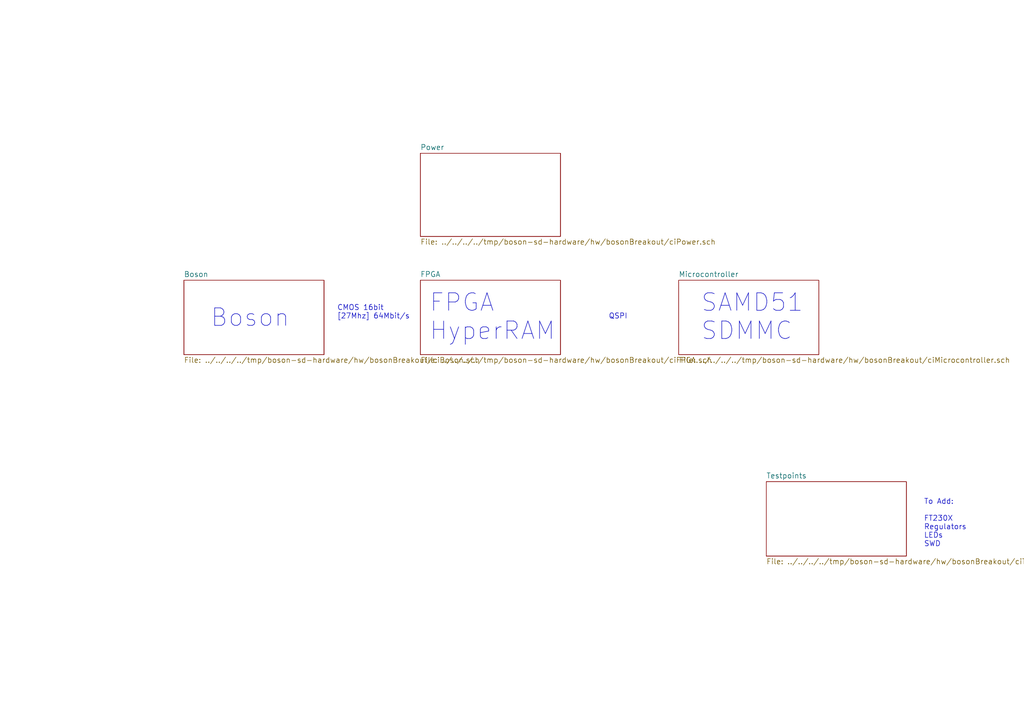
<source format=kicad_sch>
(kicad_sch (version 20230121) (generator eeschema)
  (paper "A4")
  (title_block (title "Boson Breakout with ICE FPGA") (date "2018-03-24") (rev "v0_1") (company "GsD"))
  (lib_symbols)
  (text "Boson" (at 60.96 95.25 0) (effects (font (size 5.08 5.08)) (justify left bottom)))
  (text "To Add:\n\nFT230X\nRegulators\nLEDs\nSWD\n" (at 267.97 158.75 0) (effects (font (size 1.524 1.524)) (justify left bottom)))
  (text "FPGA\nHyperRAM" (at 124.46 99.06 0) (effects (font (size 5.08 5.08)) (justify left bottom)))
  (text "QSPI" (at 176.53 92.71 0) (effects (font (size 1.524 1.524)) (justify left bottom)))
  (text "CMOS 16bit\n[27Mhz] 64Mbit/s" (at 97.79 92.71 0) (effects (font (size 1.524 1.524)) (justify left bottom)))
  (text "SAMD51\nSDMMC" (at 203.2 99.06 0) (effects (font (size 5.08 5.08)) (justify left bottom)))
  (sheet (at 222.25 139.7) (size 40.64 21.59)
    (property "Sheetname" "Testpoints" (at 222.25 138.8614 0) (effects (font (size 1.524 1.524)) (justify left bottom)))
    (property "Sheetfile" "../../../../tmp/boson-sd-hardware/hw/bosonBreakout/ciTestpoints.sch" (at 222.25 161.9762 0) (effects (font (size 1.524 1.524)) (justify left top)))
  )
  (sheet (at 53.34 81.28) (size 40.64 21.59)
    (property "Sheetname" "Boson" (at 53.34 80.4414 0) (effects (font (size 1.524 1.524)) (justify left bottom)))
    (property "Sheetfile" "../../../../tmp/boson-sd-hardware/hw/bosonBreakout/ciBoson.sch" (at 53.34 103.5562 0) (effects (font (size 1.524 1.524)) (justify left top)))
  )
  (sheet (at 121.92 81.28) (size 40.64 21.59)
    (property "Sheetname" "FPGA" (at 121.92 80.4414 0) (effects (font (size 1.524 1.524)) (justify left bottom)))
    (property "Sheetfile" "../../../../tmp/boson-sd-hardware/hw/bosonBreakout/ciFPGA.sch" (at 121.92 103.5562 0) (effects (font (size 1.524 1.524)) (justify left top)))
  )
  (sheet (at 196.85 81.28) (size 40.64 21.59)
    (property "Sheetname" "Microcontroller" (at 196.85 80.4414 0) (effects (font (size 1.524 1.524)) (justify left bottom)))
    (property "Sheetfile" "../../../../tmp/boson-sd-hardware/hw/bosonBreakout/ciMicrocontroller.sch" (at 196.85 103.5562 0) (effects (font (size 1.524 1.524)) (justify left top)))
  )
  (sheet (at 121.92 44.45) (size 40.64 24.13)
    (property "Sheetname" "Power" (at 121.92 43.6114 0) (effects (font (size 1.524 1.524)) (justify left bottom)))
    (property "Sheetfile" "../../../../tmp/boson-sd-hardware/hw/bosonBreakout/ciPower.sch" (at 121.92 69.2662 0) (effects (font (size 1.524 1.524)) (justify left top)))
  )
)
</source>
